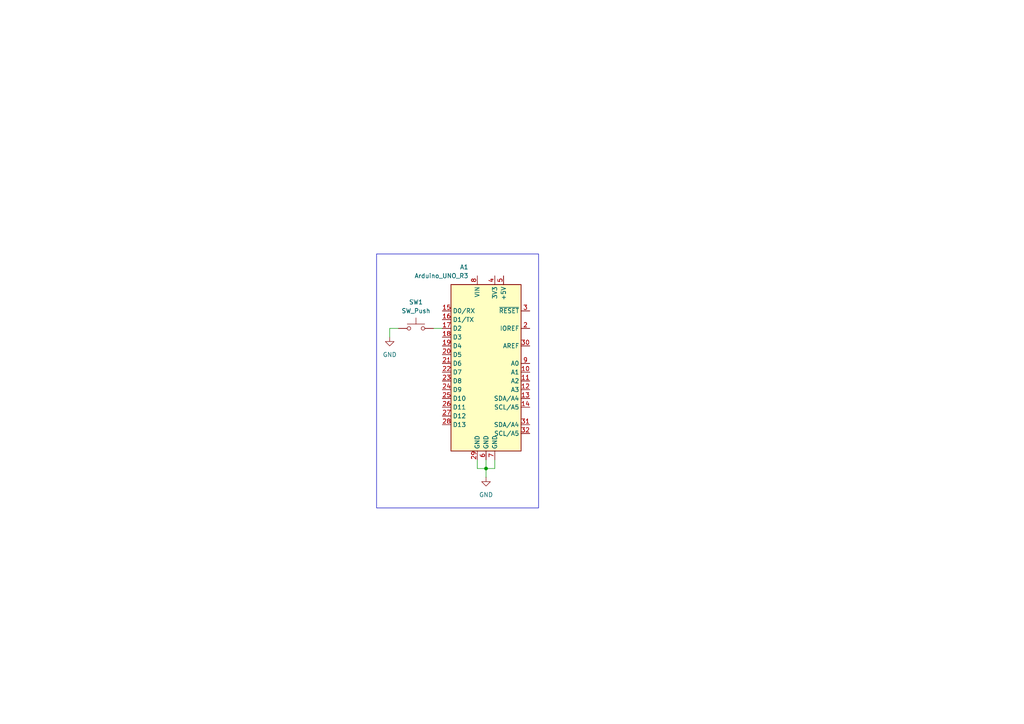
<source format=kicad_sch>
(kicad_sch (version 20231120) (generator "eeschema") (generator_version "8.0")
  (paper "A4")
  (lib_symbols
    (symbol "MCU_Module:Arduino_UNO_R3"
      (property "Reference" "A" (at -10.16 23.495 0))
      (property "Value" "Arduino_UNO_R3" (at 5.08 -26.67 0))
      (symbol "Arduino_UNO_R3_0_1"
        (rectangle (start -10.16 22.86) (end 10.16 -25.4) (stroke (width 0.254)) (fill (type background)))
      )
      (symbol "Arduino_UNO_R3_1_1"
        (pin no_connect line (at -10.16 -20.32 0) (length 2.54) hide (name "NC") (number "1"))
        (pin bidirectional line (at 12.7 -2.54 180) (length 2.54) (name "A1") (number "10"))
        (pin bidirectional line (at 12.7 -5.08 180) (length 2.54) (name "A2") (number "11"))
        (pin bidirectional line (at 12.7 -7.62 180) (length 2.54) (name "A3") (number "12"))
        (pin bidirectional line (at 12.7 -10.16 180) (length 2.54) (name "SDA/A4") (number "13"))
        (pin bidirectional line (at 12.7 -12.7 180) (length 2.54) (name "SCL/A5") (number "14"))
        (pin bidirectional line (at -12.7 15.24 0) (length 2.54) (name "D0/RX") (number "15"))
        (pin bidirectional line (at -12.7 12.7 0) (length 2.54) (name "D1/TX") (number "16"))
        (pin bidirectional line (at -12.7 10.16 0) (length 2.54) (name "D2") (number "17"))
        (pin bidirectional line (at -12.7 7.62 0) (length 2.54) (name "D3") (number "18"))
        (pin bidirectional line (at -12.7 5.08 0) (length 2.54) (name "D4") (number "19"))
        (pin output line (at 12.7 10.16 180) (length 2.54) (name "IOREF") (number "2"))
        (pin bidirectional line (at -12.7 2.54 0) (length 2.54) (name "D5") (number "20"))
        (pin bidirectional line (at -12.7 0 0) (length 2.54) (name "D6") (number "21"))
        (pin bidirectional line (at -12.7 -2.54 0) (length 2.54) (name "D7") (number "22"))
        (pin bidirectional line (at -12.7 -5.08 0) (length 2.54) (name "D8") (number "23"))
        (pin bidirectional line (at -12.7 -7.62 0) (length 2.54) (name "D9") (number "24"))
        (pin bidirectional line (at -12.7 -10.16 0) (length 2.54) (name "D10") (number "25"))
        (pin bidirectional line (at -12.7 -12.7 0) (length 2.54) (name "D11") (number "26"))
        (pin bidirectional line (at -12.7 -15.24 0) (length 2.54) (name "D12") (number "27"))
        (pin bidirectional line (at -12.7 -17.78 0) (length 2.54) (name "D13") (number "28"))
        (pin power_in line (at -2.54 -27.94 90) (length 2.54) (name "GND") (number "29"))
        (pin input line (at 12.7 15.24 180) (length 2.54) (name "~{RESET}") (number "3"))
        (pin input line (at 12.7 5.08 180) (length 2.54) (name "AREF") (number "30"))
        (pin bidirectional line (at 12.7 -17.78 180) (length 2.54) (name "SDA/A4") (number "31"))
        (pin bidirectional line (at 12.7 -20.32 180) (length 2.54) (name "SCL/A5") (number "32"))
        (pin power_out line (at 2.54 25.4 270) (length 2.54) (name "3V3") (number "4"))
        (pin power_out line (at 5.08 25.4 270) (length 2.54) (name "+5V") (number "5"))
        (pin power_in line (at 0 -27.94 90) (length 2.54) (name "GND") (number "6"))
        (pin power_in line (at 2.54 -27.94 90) (length 2.54) (name "GND") (number "7"))
        (pin power_in line (at -2.54 25.4 270) (length 2.54) (name "VIN") (number "8"))
        (pin bidirectional line (at 12.7 0 180) (length 2.54) (name "A0") (number "9"))
      )
    )
    (symbol "Switch:SW_Push" (pin_numbers hide) (pin_names (offset 1.016) hide)
      (property "Reference" "SW" (at 1.27 2.54 0))
      (property "Value" "SW_Push" (at 0 -1.524 0))
      (symbol "SW_Push_0_1"
        (circle (center -2.032 0) (radius 0.508))
        (polyline (pts (xy 0 1.27) (xy 0 3.048)))
        (polyline (pts (xy 2.54 1.27) (xy -2.54 1.27)))
        (circle (center 2.032 0) (radius 0.508))
        (pin passive line (at -5.08 0 0) (length 2.54) (name "1") (number "1"))
        (pin passive line (at 5.08 0 180) (length 2.54) (name "2") (number "2"))
      )
    )
    (symbol "power:GND" (power) (pin_numbers hide) (pin_names (offset 0) hide)
      (property "Value" "GND" (at 0 -3.81 0))
      (symbol "GND_0_1"
        (polyline (pts (xy 0 0) (xy 0 -1.27) (xy 1.27 -1.27) (xy 0 -2.54) (xy -1.27 -1.27) (xy 0 -1.27)))
      )
      (symbol "GND_1_1"
        (pin power_in line (at 0 0 270) (length 0) (name "~") (number "1"))
      )
    )
  )
  (junction (at 140.97 135.89))
  (wire (pts (xy 138.43 133.35) (xy 138.43 135.89)))
  (wire (pts (xy 113.03 97.79) (xy 113.03 95.25)))
  (wire (pts (xy 140.97 135.89) (xy 140.97 138.43)))
  (wire (pts (xy 138.43 135.89) (xy 140.97 135.89)))
  (wire (pts (xy 140.97 133.35) (xy 140.97 135.89)))
  (wire (pts (xy 143.51 133.35) (xy 143.51 135.89)))
  (wire (pts (xy 113.03 95.25) (xy 115.57 95.25)))
  (wire (pts (xy 143.51 135.89) (xy 140.97 135.89)))
  (wire (pts (xy 125.73 95.25) (xy 128.27 95.25)))
  (rectangle (start 109.22 73.66) (end 156.21 147.32))
  (symbol (lib_id "power:GND") (at 140.97 138.43 0) (unit 1)
    (property "Reference" "#PWR01" (effects (hide yes)))
    (property "Value" "GND" (at 140.97 143.51 0))
    (property "Description" "Power symbol creates a global label with name \"GND\" , ground" (effects (hide yes)))
  )
  (symbol (lib_id "MCU_Module:Arduino_UNO_R3") (at 140.97 105.41 0) (unit 1)
    (property "Reference" "A1" (at 135.89 77.47 0) (effects (justify right)))
    (property "Value" "Arduino_UNO_R3" (at 135.89 80.01 0) (effects (justify right)))
    (property "Footprint" "Module:Arduino_UNO_R3" (effects (hide yes)))
    (property "Datasheet" "https://www.arduino.cc/en/Main/arduinoBoardUno" (effects (hide yes)))
    (property "Description" "Arduino UNO Microcontroller Module, release 3" (effects (hide yes)))
  )
  (symbol (lib_id "Switch:SW_Push") (at 120.65 95.25 0) (unit 1)
    (property "Reference" "SW1" (at 120.65 87.63 0))
    (property "Value" "SW_Push" (at 120.65 90.17 0))
    (property "Description" "Push button switch, generic, two pins" (effects (hide yes)))
  )
  (symbol (lib_id "power:GND") (at 113.03 97.79 0) (unit 1)
    (property "Reference" "#PWR03" (effects (hide yes)))
    (property "Value" "GND" (at 113.03 102.87 0))
    (property "Description" "Power symbol creates a global label with name \"GND\" , ground" (effects (hide yes)))
  )
)
</source>
